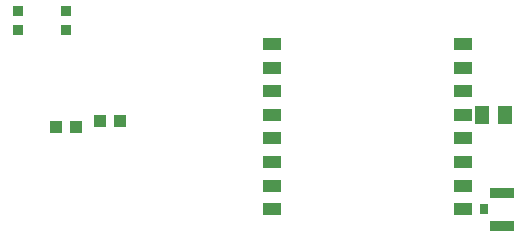
<source format=gbr>
G04 EAGLE Gerber RS-274X export*
G75*
%MOMM*%
%FSLAX34Y34*%
%LPD*%
%INSolderpaste Top*%
%IPPOS*%
%AMOC8*
5,1,8,0,0,1.08239X$1,22.5*%
G01*
%ADD10R,0.900000X0.900000*%
%ADD11R,1.240000X1.500000*%
%ADD12R,1.500000X1.000000*%
%ADD13R,1.100000X1.000000*%
%ADD14R,0.762000X0.965200*%
%ADD15R,2.133600X0.812800*%


D10*
X117020Y212470D03*
X117020Y196470D03*
X76020Y196470D03*
X76020Y212470D03*
D11*
X469290Y124460D03*
X488290Y124460D03*
D12*
X453110Y44300D03*
X453110Y64300D03*
X453110Y84300D03*
X453110Y104300D03*
X453110Y124300D03*
X453110Y144300D03*
X453110Y164300D03*
X453110Y184300D03*
X291110Y184300D03*
X291110Y164300D03*
X291110Y144300D03*
X291110Y124300D03*
X291110Y104300D03*
X291110Y84300D03*
X291110Y64300D03*
X291110Y44300D03*
D13*
X162170Y119380D03*
X145170Y119380D03*
D14*
X470916Y44450D03*
D15*
X486156Y30496D03*
X486156Y58404D03*
D13*
X125340Y114300D03*
X108340Y114300D03*
M02*

</source>
